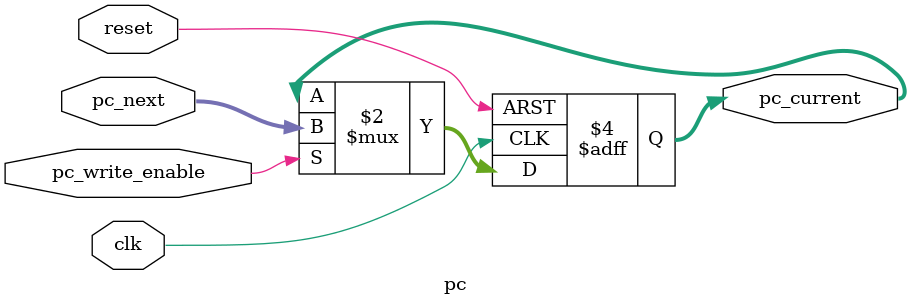
<source format=v>
module pc (
    input  wire        clk,
    input  wire        reset,
    input  wire        pc_write_enable,
    input  wire [31:0] pc_next,
    output reg  [31:0] pc_current
);
    always @(posedge clk or posedge reset) begin
        if (reset)
            pc_current <= 32'h00000000;
        else if (pc_write_enable)
            pc_current <= pc_next;
    end
endmodule


</source>
